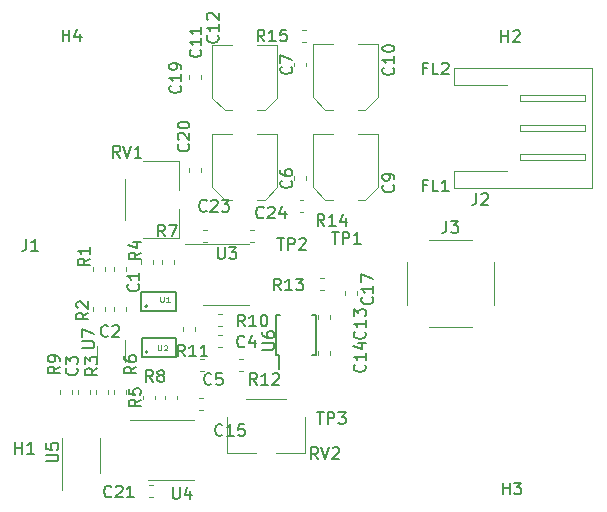
<source format=gto>
G04 #@! TF.GenerationSoftware,KiCad,Pcbnew,(5.1.5)-3*
G04 #@! TF.CreationDate,2020-04-14T23:54:33+09:00*
G04 #@! TF.ProjectId,Detector_rev2,44657465-6374-46f7-925f-726576322e6b,rev?*
G04 #@! TF.SameCoordinates,Original*
G04 #@! TF.FileFunction,Legend,Top*
G04 #@! TF.FilePolarity,Positive*
%FSLAX46Y46*%
G04 Gerber Fmt 4.6, Leading zero omitted, Abs format (unit mm)*
G04 Created by KiCad (PCBNEW (5.1.5)-3) date 2020-04-14 23:54:33*
%MOMM*%
%LPD*%
G04 APERTURE LIST*
%ADD10C,0.120000*%
%ADD11C,0.200000*%
%ADD12C,0.150000*%
%ADD13C,0.100000*%
G04 APERTURE END LIST*
D10*
X89208000Y-48557500D02*
X89208000Y-49977500D01*
X100928000Y-48557500D02*
X89208000Y-48557500D01*
X89208000Y-58677500D02*
X89208000Y-57257500D01*
X94818000Y-56367500D02*
X100318000Y-56367500D01*
X100318000Y-56367500D02*
X100318000Y-55867500D01*
X100318000Y-55867500D02*
X94818000Y-55867500D01*
X100928000Y-53617500D02*
X100928000Y-58677500D01*
X94818000Y-55867500D02*
X94818000Y-56367500D01*
X89208000Y-57257500D02*
X93708000Y-57257500D01*
X100928000Y-53617500D02*
X100928000Y-48557500D01*
X89208000Y-49977500D02*
X93708000Y-49977500D01*
X100928000Y-58677500D02*
X89208000Y-58677500D01*
X100318000Y-51367500D02*
X100318000Y-50867500D01*
X100318000Y-53867500D02*
X100318000Y-53367500D01*
X94818000Y-53367500D02*
X94818000Y-53867500D01*
X100318000Y-53367500D02*
X94818000Y-53367500D01*
X94818000Y-50867500D02*
X94818000Y-51367500D01*
X94818000Y-51367500D02*
X100318000Y-51367500D01*
X100318000Y-50867500D02*
X94818000Y-50867500D01*
X94818000Y-53867500D02*
X100318000Y-53867500D01*
X87100000Y-63122000D02*
X90700000Y-63122000D01*
X87100000Y-70482000D02*
X90700000Y-70482000D01*
X92580000Y-65002000D02*
X92580000Y-68602000D01*
X85220000Y-65002000D02*
X85220000Y-68602000D01*
X73196563Y-52132500D02*
X74261000Y-51068063D01*
X69805437Y-52132500D02*
X68741000Y-51068063D01*
X69805437Y-52132500D02*
X70441000Y-52132500D01*
X73196563Y-52132500D02*
X72561000Y-52132500D01*
X74261000Y-51068063D02*
X74261000Y-46612500D01*
X68741000Y-51068063D02*
X68741000Y-46612500D01*
X68741000Y-46612500D02*
X70441000Y-46612500D01*
X74261000Y-46612500D02*
X72561000Y-46612500D01*
X73196563Y-59686500D02*
X74261000Y-58622063D01*
X69805437Y-59686500D02*
X68741000Y-58622063D01*
X69805437Y-59686500D02*
X70441000Y-59686500D01*
X73196563Y-59686500D02*
X72561000Y-59686500D01*
X74261000Y-58622063D02*
X74261000Y-54166500D01*
X68741000Y-58622063D02*
X68741000Y-54166500D01*
X68741000Y-54166500D02*
X70441000Y-54166500D01*
X74261000Y-54166500D02*
X72561000Y-54166500D01*
X81705563Y-52066500D02*
X82770000Y-51002063D01*
X78314437Y-52066500D02*
X77250000Y-51002063D01*
X78314437Y-52066500D02*
X78950000Y-52066500D01*
X81705563Y-52066500D02*
X81070000Y-52066500D01*
X82770000Y-51002063D02*
X82770000Y-46546500D01*
X77250000Y-51002063D02*
X77250000Y-46546500D01*
X77250000Y-46546500D02*
X78950000Y-46546500D01*
X82770000Y-46546500D02*
X81070000Y-46546500D01*
X81705563Y-59686500D02*
X82770000Y-58622063D01*
X78314437Y-59686500D02*
X77250000Y-58622063D01*
X78314437Y-59686500D02*
X78950000Y-59686500D01*
X81705563Y-59686500D02*
X81070000Y-59686500D01*
X82770000Y-58622063D02*
X82770000Y-54166500D01*
X77250000Y-58622063D02*
X77250000Y-54166500D01*
X77250000Y-54166500D02*
X78950000Y-54166500D01*
X82770000Y-54166500D02*
X81070000Y-54166500D01*
D11*
X63246000Y-68726000D02*
G75*
G03X63246000Y-68726000I-100000J0D01*
G01*
D12*
X62746000Y-67526000D02*
X65646000Y-67526000D01*
X65646000Y-67526000D02*
X65646000Y-69126000D01*
X65646000Y-69126000D02*
X62746000Y-69126000D01*
X62746000Y-69126000D02*
X62746000Y-67526000D01*
D10*
X58997600Y-72081200D02*
X58997600Y-73481200D01*
X61317600Y-73481200D02*
X61317600Y-71581200D01*
X65216000Y-83459000D02*
X67166000Y-83459000D01*
X65216000Y-83459000D02*
X63266000Y-83459000D01*
X65216000Y-78339000D02*
X67166000Y-78339000D01*
X65216000Y-78339000D02*
X61766000Y-78339000D01*
X61470000Y-65720279D02*
X61470000Y-65394721D01*
X60450000Y-65720279D02*
X60450000Y-65394721D01*
X69915000Y-63480000D02*
X66465000Y-63480000D01*
X69915000Y-63480000D02*
X71865000Y-63480000D01*
X69915000Y-68600000D02*
X67965000Y-68600000D01*
X69915000Y-68600000D02*
X71865000Y-68600000D01*
X60450000Y-69149279D02*
X60450000Y-68823721D01*
X61470000Y-69149279D02*
X61470000Y-68823721D01*
X57402000Y-76134079D02*
X57402000Y-75808521D01*
X58422000Y-76134079D02*
X58422000Y-75808521D01*
X69530279Y-71118000D02*
X69204721Y-71118000D01*
X69530279Y-72138000D02*
X69204721Y-72138000D01*
X68006279Y-73150000D02*
X67680721Y-73150000D01*
X68006279Y-74170000D02*
X67680721Y-74170000D01*
X75690000Y-58049279D02*
X75690000Y-57723721D01*
X76710000Y-58049279D02*
X76710000Y-57723721D01*
X76710000Y-48422779D02*
X76710000Y-48097221D01*
X75690000Y-48422779D02*
X75690000Y-48097221D01*
X78742000Y-69784279D02*
X78742000Y-69458721D01*
X77722000Y-69784279D02*
X77722000Y-69458721D01*
X78742000Y-72832279D02*
X78742000Y-72506721D01*
X77722000Y-72832279D02*
X77722000Y-72506721D01*
X67655221Y-76452000D02*
X67980779Y-76452000D01*
X67655221Y-77472000D02*
X67980779Y-77472000D01*
X81028000Y-67426721D02*
X81028000Y-67752279D01*
X80008000Y-67426721D02*
X80008000Y-67752279D01*
X66800000Y-49464279D02*
X66800000Y-49138721D01*
X67820000Y-49464279D02*
X67820000Y-49138721D01*
X66800000Y-57338279D02*
X66800000Y-57012721D01*
X67820000Y-57338279D02*
X67820000Y-57012721D01*
X63688279Y-83818000D02*
X63362721Y-83818000D01*
X63688279Y-84838000D02*
X63362721Y-84838000D01*
X67934721Y-62228000D02*
X68260279Y-62228000D01*
X67934721Y-63248000D02*
X68260279Y-63248000D01*
X71947721Y-63248000D02*
X72273279Y-63248000D01*
X71947721Y-62228000D02*
X72273279Y-62228000D01*
X59692000Y-65720279D02*
X59692000Y-65394721D01*
X58672000Y-65720279D02*
X58672000Y-65394721D01*
X59692000Y-69149279D02*
X59692000Y-68823721D01*
X58672000Y-69149279D02*
X58672000Y-68823721D01*
X59946000Y-75808721D02*
X59946000Y-76134279D01*
X58926000Y-75808721D02*
X58926000Y-76134279D01*
X63756000Y-64835721D02*
X63756000Y-65161279D01*
X62736000Y-64835721D02*
X62736000Y-65161279D01*
X62863000Y-76291221D02*
X62863000Y-76616779D01*
X63883000Y-76291221D02*
X63883000Y-76616779D01*
X60450000Y-75808721D02*
X60450000Y-76134279D01*
X61470000Y-75808721D02*
X61470000Y-76134279D01*
X65534000Y-64835721D02*
X65534000Y-65161279D01*
X64514000Y-64835721D02*
X64514000Y-65161279D01*
X65788000Y-76291221D02*
X65788000Y-76616779D01*
X64768000Y-76291221D02*
X64768000Y-76616779D01*
X55878000Y-76134279D02*
X55878000Y-75808721D01*
X56898000Y-76134279D02*
X56898000Y-75808721D01*
X69530279Y-69340000D02*
X69204721Y-69340000D01*
X69530279Y-70360000D02*
X69204721Y-70360000D01*
X67312000Y-70474721D02*
X67312000Y-70800279D01*
X66292000Y-70474721D02*
X66292000Y-70800279D01*
X70982721Y-73150000D02*
X71308279Y-73150000D01*
X70982721Y-74170000D02*
X71308279Y-74170000D01*
X78166279Y-66292000D02*
X77840721Y-66292000D01*
X78166279Y-67312000D02*
X77840721Y-67312000D01*
X76138721Y-60708000D02*
X76464279Y-60708000D01*
X76138721Y-59688000D02*
X76464279Y-59688000D01*
X76316721Y-45337000D02*
X76642279Y-45337000D01*
X76316721Y-46357000D02*
X76642279Y-46357000D01*
X62850000Y-56395000D02*
X65904000Y-56395000D01*
X62850000Y-62985000D02*
X65904000Y-62985000D01*
X65904000Y-58855000D02*
X65904000Y-56395000D01*
X65904000Y-62985000D02*
X65904000Y-60525000D01*
X61344000Y-61395000D02*
X61344000Y-57985000D01*
X71574000Y-76584000D02*
X74984000Y-76584000D01*
X69984000Y-81144000D02*
X72444000Y-81144000D01*
X74114000Y-81144000D02*
X76574000Y-81144000D01*
X69984000Y-78090000D02*
X69984000Y-81144000D01*
X76574000Y-78090000D02*
X76574000Y-81144000D01*
D12*
X62751000Y-72993000D02*
X62751000Y-71393000D01*
X65651000Y-72993000D02*
X62751000Y-72993000D01*
X65651000Y-71393000D02*
X65651000Y-72993000D01*
X62751000Y-71393000D02*
X65651000Y-71393000D01*
D11*
X63251000Y-72593000D02*
G75*
G03X63251000Y-72593000I-100000J0D01*
G01*
D10*
X59217200Y-81360500D02*
X59217200Y-79860500D01*
X59217200Y-81360500D02*
X59217200Y-82860500D01*
X55997200Y-81360500D02*
X55997200Y-79860500D01*
X55997200Y-81360500D02*
X55997200Y-84285500D01*
D12*
X74144000Y-72836000D02*
X74369000Y-72836000D01*
X74144000Y-69486000D02*
X74444000Y-69486000D01*
X77494000Y-69486000D02*
X77194000Y-69486000D01*
X77494000Y-72836000D02*
X77194000Y-72836000D01*
X74144000Y-72836000D02*
X74144000Y-69486000D01*
X77494000Y-72836000D02*
X77494000Y-69486000D01*
X74369000Y-72836000D02*
X74369000Y-74061000D01*
X91106666Y-59142380D02*
X91106666Y-59856666D01*
X91059047Y-59999523D01*
X90963809Y-60094761D01*
X90820952Y-60142380D01*
X90725714Y-60142380D01*
X91535238Y-59237619D02*
X91582857Y-59190000D01*
X91678095Y-59142380D01*
X91916190Y-59142380D01*
X92011428Y-59190000D01*
X92059047Y-59237619D01*
X92106666Y-59332857D01*
X92106666Y-59428095D01*
X92059047Y-59570952D01*
X91487619Y-60142380D01*
X92106666Y-60142380D01*
X93345095Y-84653380D02*
X93345095Y-83653380D01*
X93345095Y-84129571D02*
X93916523Y-84129571D01*
X93916523Y-84653380D02*
X93916523Y-83653380D01*
X94297476Y-83653380D02*
X94916523Y-83653380D01*
X94583190Y-84034333D01*
X94726047Y-84034333D01*
X94821285Y-84081952D01*
X94868904Y-84129571D01*
X94916523Y-84224809D01*
X94916523Y-84462904D01*
X94868904Y-84558142D01*
X94821285Y-84605761D01*
X94726047Y-84653380D01*
X94440333Y-84653380D01*
X94345095Y-84605761D01*
X94297476Y-84558142D01*
X53006666Y-63015880D02*
X53006666Y-63730166D01*
X52959047Y-63873023D01*
X52863809Y-63968261D01*
X52720952Y-64015880D01*
X52625714Y-64015880D01*
X54006666Y-64015880D02*
X53435238Y-64015880D01*
X53720952Y-64015880D02*
X53720952Y-63015880D01*
X53625714Y-63158738D01*
X53530476Y-63253976D01*
X53435238Y-63301595D01*
X56070595Y-46299380D02*
X56070595Y-45299380D01*
X56070595Y-45775571D02*
X56642023Y-45775571D01*
X56642023Y-46299380D02*
X56642023Y-45299380D01*
X57546785Y-45632714D02*
X57546785Y-46299380D01*
X57308690Y-45251761D02*
X57070595Y-45966047D01*
X57689642Y-45966047D01*
X93218095Y-46362880D02*
X93218095Y-45362880D01*
X93218095Y-45839071D02*
X93789523Y-45839071D01*
X93789523Y-46362880D02*
X93789523Y-45362880D01*
X94218095Y-45458119D02*
X94265714Y-45410500D01*
X94360952Y-45362880D01*
X94599047Y-45362880D01*
X94694285Y-45410500D01*
X94741904Y-45458119D01*
X94789523Y-45553357D01*
X94789523Y-45648595D01*
X94741904Y-45791452D01*
X94170476Y-46362880D01*
X94789523Y-46362880D01*
X52070095Y-81207380D02*
X52070095Y-80207380D01*
X52070095Y-80683571D02*
X52641523Y-80683571D01*
X52641523Y-81207380D02*
X52641523Y-80207380D01*
X53641523Y-81207380D02*
X53070095Y-81207380D01*
X53355809Y-81207380D02*
X53355809Y-80207380D01*
X53260571Y-80350238D01*
X53165333Y-80445476D01*
X53070095Y-80493095D01*
X88566666Y-61504380D02*
X88566666Y-62218666D01*
X88519047Y-62361523D01*
X88423809Y-62456761D01*
X88280952Y-62504380D01*
X88185714Y-62504380D01*
X88947619Y-61504380D02*
X89566666Y-61504380D01*
X89233333Y-61885333D01*
X89376190Y-61885333D01*
X89471428Y-61932952D01*
X89519047Y-61980571D01*
X89566666Y-62075809D01*
X89566666Y-62313904D01*
X89519047Y-62409142D01*
X89471428Y-62456761D01*
X89376190Y-62504380D01*
X89090476Y-62504380D01*
X88995238Y-62456761D01*
X88947619Y-62409142D01*
X69191142Y-45791357D02*
X69238761Y-45838976D01*
X69286380Y-45981833D01*
X69286380Y-46077071D01*
X69238761Y-46219928D01*
X69143523Y-46315166D01*
X69048285Y-46362785D01*
X68857809Y-46410404D01*
X68714952Y-46410404D01*
X68524476Y-46362785D01*
X68429238Y-46315166D01*
X68334000Y-46219928D01*
X68286380Y-46077071D01*
X68286380Y-45981833D01*
X68334000Y-45838976D01*
X68381619Y-45791357D01*
X69286380Y-44838976D02*
X69286380Y-45410404D01*
X69286380Y-45124690D02*
X68286380Y-45124690D01*
X68429238Y-45219928D01*
X68524476Y-45315166D01*
X68572095Y-45410404D01*
X68381619Y-44458023D02*
X68334000Y-44410404D01*
X68286380Y-44315166D01*
X68286380Y-44077071D01*
X68334000Y-43981833D01*
X68381619Y-43934214D01*
X68476857Y-43886595D01*
X68572095Y-43886595D01*
X68714952Y-43934214D01*
X69286380Y-44505642D01*
X69286380Y-43886595D01*
X67730642Y-46997857D02*
X67778261Y-47045476D01*
X67825880Y-47188333D01*
X67825880Y-47283571D01*
X67778261Y-47426428D01*
X67683023Y-47521666D01*
X67587785Y-47569285D01*
X67397309Y-47616904D01*
X67254452Y-47616904D01*
X67063976Y-47569285D01*
X66968738Y-47521666D01*
X66873500Y-47426428D01*
X66825880Y-47283571D01*
X66825880Y-47188333D01*
X66873500Y-47045476D01*
X66921119Y-46997857D01*
X67825880Y-46045476D02*
X67825880Y-46616904D01*
X67825880Y-46331190D02*
X66825880Y-46331190D01*
X66968738Y-46426428D01*
X67063976Y-46521666D01*
X67111595Y-46616904D01*
X67825880Y-45093095D02*
X67825880Y-45664523D01*
X67825880Y-45378809D02*
X66825880Y-45378809D01*
X66968738Y-45474047D01*
X67063976Y-45569285D01*
X67111595Y-45664523D01*
X84050142Y-48521857D02*
X84097761Y-48569476D01*
X84145380Y-48712333D01*
X84145380Y-48807571D01*
X84097761Y-48950428D01*
X84002523Y-49045666D01*
X83907285Y-49093285D01*
X83716809Y-49140904D01*
X83573952Y-49140904D01*
X83383476Y-49093285D01*
X83288238Y-49045666D01*
X83193000Y-48950428D01*
X83145380Y-48807571D01*
X83145380Y-48712333D01*
X83193000Y-48569476D01*
X83240619Y-48521857D01*
X84145380Y-47569476D02*
X84145380Y-48140904D01*
X84145380Y-47855190D02*
X83145380Y-47855190D01*
X83288238Y-47950428D01*
X83383476Y-48045666D01*
X83431095Y-48140904D01*
X83145380Y-46950428D02*
X83145380Y-46855190D01*
X83193000Y-46759952D01*
X83240619Y-46712333D01*
X83335857Y-46664714D01*
X83526333Y-46617095D01*
X83764428Y-46617095D01*
X83954904Y-46664714D01*
X84050142Y-46712333D01*
X84097761Y-46759952D01*
X84145380Y-46855190D01*
X84145380Y-46950428D01*
X84097761Y-47045666D01*
X84050142Y-47093285D01*
X83954904Y-47140904D01*
X83764428Y-47188523D01*
X83526333Y-47188523D01*
X83335857Y-47140904D01*
X83240619Y-47093285D01*
X83193000Y-47045666D01*
X83145380Y-46950428D01*
X84050142Y-58459666D02*
X84097761Y-58507285D01*
X84145380Y-58650142D01*
X84145380Y-58745380D01*
X84097761Y-58888238D01*
X84002523Y-58983476D01*
X83907285Y-59031095D01*
X83716809Y-59078714D01*
X83573952Y-59078714D01*
X83383476Y-59031095D01*
X83288238Y-58983476D01*
X83193000Y-58888238D01*
X83145380Y-58745380D01*
X83145380Y-58650142D01*
X83193000Y-58507285D01*
X83240619Y-58459666D01*
X84145380Y-57983476D02*
X84145380Y-57793000D01*
X84097761Y-57697761D01*
X84050142Y-57650142D01*
X83907285Y-57554904D01*
X83716809Y-57507285D01*
X83335857Y-57507285D01*
X83240619Y-57554904D01*
X83193000Y-57602523D01*
X83145380Y-57697761D01*
X83145380Y-57888238D01*
X83193000Y-57983476D01*
X83240619Y-58031095D01*
X83335857Y-58078714D01*
X83573952Y-58078714D01*
X83669190Y-58031095D01*
X83716809Y-57983476D01*
X83764428Y-57888238D01*
X83764428Y-57697761D01*
X83716809Y-57602523D01*
X83669190Y-57554904D01*
X83573952Y-57507285D01*
D13*
X64340046Y-67926952D02*
X64340046Y-68250761D01*
X64363856Y-68288857D01*
X64387665Y-68307904D01*
X64435284Y-68326952D01*
X64530522Y-68326952D01*
X64578141Y-68307904D01*
X64601951Y-68288857D01*
X64625760Y-68250761D01*
X64625760Y-67926952D01*
X65125760Y-68326952D02*
X64840046Y-68326952D01*
X64982903Y-68326952D02*
X64982903Y-67926952D01*
X64935284Y-67984095D01*
X64887665Y-68022190D01*
X64840046Y-68041238D01*
D12*
X57745380Y-72262904D02*
X58554904Y-72262904D01*
X58650142Y-72215285D01*
X58697761Y-72167666D01*
X58745380Y-72072428D01*
X58745380Y-71881952D01*
X58697761Y-71786714D01*
X58650142Y-71739095D01*
X58554904Y-71691476D01*
X57745380Y-71691476D01*
X57745380Y-71310523D02*
X57745380Y-70643857D01*
X58745380Y-71072428D01*
X65405095Y-84034380D02*
X65405095Y-84843904D01*
X65452714Y-84939142D01*
X65500333Y-84986761D01*
X65595571Y-85034380D01*
X65786047Y-85034380D01*
X65881285Y-84986761D01*
X65928904Y-84939142D01*
X65976523Y-84843904D01*
X65976523Y-84034380D01*
X66881285Y-84367714D02*
X66881285Y-85034380D01*
X66643190Y-83986761D02*
X66405095Y-84701047D01*
X67024142Y-84701047D01*
X62460142Y-66841666D02*
X62507761Y-66889285D01*
X62555380Y-67032142D01*
X62555380Y-67127380D01*
X62507761Y-67270238D01*
X62412523Y-67365476D01*
X62317285Y-67413095D01*
X62126809Y-67460714D01*
X61983952Y-67460714D01*
X61793476Y-67413095D01*
X61698238Y-67365476D01*
X61603000Y-67270238D01*
X61555380Y-67127380D01*
X61555380Y-67032142D01*
X61603000Y-66889285D01*
X61650619Y-66841666D01*
X62555380Y-65889285D02*
X62555380Y-66460714D01*
X62555380Y-66175000D02*
X61555380Y-66175000D01*
X61698238Y-66270238D01*
X61793476Y-66365476D01*
X61841095Y-66460714D01*
X69215095Y-63714380D02*
X69215095Y-64523904D01*
X69262714Y-64619142D01*
X69310333Y-64666761D01*
X69405571Y-64714380D01*
X69596047Y-64714380D01*
X69691285Y-64666761D01*
X69738904Y-64619142D01*
X69786523Y-64523904D01*
X69786523Y-63714380D01*
X70167476Y-63714380D02*
X70786523Y-63714380D01*
X70453190Y-64095333D01*
X70596047Y-64095333D01*
X70691285Y-64142952D01*
X70738904Y-64190571D01*
X70786523Y-64285809D01*
X70786523Y-64523904D01*
X70738904Y-64619142D01*
X70691285Y-64666761D01*
X70596047Y-64714380D01*
X70310333Y-64714380D01*
X70215095Y-64666761D01*
X70167476Y-64619142D01*
X59904333Y-71223142D02*
X59856714Y-71270761D01*
X59713857Y-71318380D01*
X59618619Y-71318380D01*
X59475761Y-71270761D01*
X59380523Y-71175523D01*
X59332904Y-71080285D01*
X59285285Y-70889809D01*
X59285285Y-70746952D01*
X59332904Y-70556476D01*
X59380523Y-70461238D01*
X59475761Y-70366000D01*
X59618619Y-70318380D01*
X59713857Y-70318380D01*
X59856714Y-70366000D01*
X59904333Y-70413619D01*
X60285285Y-70413619D02*
X60332904Y-70366000D01*
X60428142Y-70318380D01*
X60666238Y-70318380D01*
X60761476Y-70366000D01*
X60809095Y-70413619D01*
X60856714Y-70508857D01*
X60856714Y-70604095D01*
X60809095Y-70746952D01*
X60237666Y-71318380D01*
X60856714Y-71318380D01*
X57253142Y-73953666D02*
X57300761Y-74001285D01*
X57348380Y-74144142D01*
X57348380Y-74239380D01*
X57300761Y-74382238D01*
X57205523Y-74477476D01*
X57110285Y-74525095D01*
X56919809Y-74572714D01*
X56776952Y-74572714D01*
X56586476Y-74525095D01*
X56491238Y-74477476D01*
X56396000Y-74382238D01*
X56348380Y-74239380D01*
X56348380Y-74144142D01*
X56396000Y-74001285D01*
X56443619Y-73953666D01*
X56348380Y-73620333D02*
X56348380Y-73001285D01*
X56729333Y-73334619D01*
X56729333Y-73191761D01*
X56776952Y-73096523D01*
X56824571Y-73048904D01*
X56919809Y-73001285D01*
X57157904Y-73001285D01*
X57253142Y-73048904D01*
X57300761Y-73096523D01*
X57348380Y-73191761D01*
X57348380Y-73477476D01*
X57300761Y-73572714D01*
X57253142Y-73620333D01*
X71461333Y-72112142D02*
X71413714Y-72159761D01*
X71270857Y-72207380D01*
X71175619Y-72207380D01*
X71032761Y-72159761D01*
X70937523Y-72064523D01*
X70889904Y-71969285D01*
X70842285Y-71778809D01*
X70842285Y-71635952D01*
X70889904Y-71445476D01*
X70937523Y-71350238D01*
X71032761Y-71255000D01*
X71175619Y-71207380D01*
X71270857Y-71207380D01*
X71413714Y-71255000D01*
X71461333Y-71302619D01*
X72318476Y-71540714D02*
X72318476Y-72207380D01*
X72080380Y-71159761D02*
X71842285Y-71874047D01*
X72461333Y-71874047D01*
X68667333Y-75287142D02*
X68619714Y-75334761D01*
X68476857Y-75382380D01*
X68381619Y-75382380D01*
X68238761Y-75334761D01*
X68143523Y-75239523D01*
X68095904Y-75144285D01*
X68048285Y-74953809D01*
X68048285Y-74810952D01*
X68095904Y-74620476D01*
X68143523Y-74525238D01*
X68238761Y-74430000D01*
X68381619Y-74382380D01*
X68476857Y-74382380D01*
X68619714Y-74430000D01*
X68667333Y-74477619D01*
X69572095Y-74382380D02*
X69095904Y-74382380D01*
X69048285Y-74858571D01*
X69095904Y-74810952D01*
X69191142Y-74763333D01*
X69429238Y-74763333D01*
X69524476Y-74810952D01*
X69572095Y-74858571D01*
X69619714Y-74953809D01*
X69619714Y-75191904D01*
X69572095Y-75287142D01*
X69524476Y-75334761D01*
X69429238Y-75382380D01*
X69191142Y-75382380D01*
X69095904Y-75334761D01*
X69048285Y-75287142D01*
X75414142Y-58078666D02*
X75461761Y-58126285D01*
X75509380Y-58269142D01*
X75509380Y-58364380D01*
X75461761Y-58507238D01*
X75366523Y-58602476D01*
X75271285Y-58650095D01*
X75080809Y-58697714D01*
X74937952Y-58697714D01*
X74747476Y-58650095D01*
X74652238Y-58602476D01*
X74557000Y-58507238D01*
X74509380Y-58364380D01*
X74509380Y-58269142D01*
X74557000Y-58126285D01*
X74604619Y-58078666D01*
X74509380Y-57221523D02*
X74509380Y-57412000D01*
X74557000Y-57507238D01*
X74604619Y-57554857D01*
X74747476Y-57650095D01*
X74937952Y-57697714D01*
X75318904Y-57697714D01*
X75414142Y-57650095D01*
X75461761Y-57602476D01*
X75509380Y-57507238D01*
X75509380Y-57316761D01*
X75461761Y-57221523D01*
X75414142Y-57173904D01*
X75318904Y-57126285D01*
X75080809Y-57126285D01*
X74985571Y-57173904D01*
X74937952Y-57221523D01*
X74890333Y-57316761D01*
X74890333Y-57507238D01*
X74937952Y-57602476D01*
X74985571Y-57650095D01*
X75080809Y-57697714D01*
X75414142Y-48426666D02*
X75461761Y-48474285D01*
X75509380Y-48617142D01*
X75509380Y-48712380D01*
X75461761Y-48855238D01*
X75366523Y-48950476D01*
X75271285Y-48998095D01*
X75080809Y-49045714D01*
X74937952Y-49045714D01*
X74747476Y-48998095D01*
X74652238Y-48950476D01*
X74557000Y-48855238D01*
X74509380Y-48712380D01*
X74509380Y-48617142D01*
X74557000Y-48474285D01*
X74604619Y-48426666D01*
X74509380Y-48093333D02*
X74509380Y-47426666D01*
X75509380Y-47855238D01*
X81637142Y-70873857D02*
X81684761Y-70921476D01*
X81732380Y-71064333D01*
X81732380Y-71159571D01*
X81684761Y-71302428D01*
X81589523Y-71397666D01*
X81494285Y-71445285D01*
X81303809Y-71492904D01*
X81160952Y-71492904D01*
X80970476Y-71445285D01*
X80875238Y-71397666D01*
X80780000Y-71302428D01*
X80732380Y-71159571D01*
X80732380Y-71064333D01*
X80780000Y-70921476D01*
X80827619Y-70873857D01*
X81732380Y-69921476D02*
X81732380Y-70492904D01*
X81732380Y-70207190D02*
X80732380Y-70207190D01*
X80875238Y-70302428D01*
X80970476Y-70397666D01*
X81018095Y-70492904D01*
X80732380Y-69588142D02*
X80732380Y-68969095D01*
X81113333Y-69302428D01*
X81113333Y-69159571D01*
X81160952Y-69064333D01*
X81208571Y-69016714D01*
X81303809Y-68969095D01*
X81541904Y-68969095D01*
X81637142Y-69016714D01*
X81684761Y-69064333D01*
X81732380Y-69159571D01*
X81732380Y-69445285D01*
X81684761Y-69540523D01*
X81637142Y-69588142D01*
X81637142Y-73667857D02*
X81684761Y-73715476D01*
X81732380Y-73858333D01*
X81732380Y-73953571D01*
X81684761Y-74096428D01*
X81589523Y-74191666D01*
X81494285Y-74239285D01*
X81303809Y-74286904D01*
X81160952Y-74286904D01*
X80970476Y-74239285D01*
X80875238Y-74191666D01*
X80780000Y-74096428D01*
X80732380Y-73953571D01*
X80732380Y-73858333D01*
X80780000Y-73715476D01*
X80827619Y-73667857D01*
X81732380Y-72715476D02*
X81732380Y-73286904D01*
X81732380Y-73001190D02*
X80732380Y-73001190D01*
X80875238Y-73096428D01*
X80970476Y-73191666D01*
X81018095Y-73286904D01*
X81065714Y-71858333D02*
X81732380Y-71858333D01*
X80684761Y-72096428D02*
X81399047Y-72334523D01*
X81399047Y-71715476D01*
X69588142Y-79605142D02*
X69540523Y-79652761D01*
X69397666Y-79700380D01*
X69302428Y-79700380D01*
X69159571Y-79652761D01*
X69064333Y-79557523D01*
X69016714Y-79462285D01*
X68969095Y-79271809D01*
X68969095Y-79128952D01*
X69016714Y-78938476D01*
X69064333Y-78843238D01*
X69159571Y-78748000D01*
X69302428Y-78700380D01*
X69397666Y-78700380D01*
X69540523Y-78748000D01*
X69588142Y-78795619D01*
X70540523Y-79700380D02*
X69969095Y-79700380D01*
X70254809Y-79700380D02*
X70254809Y-78700380D01*
X70159571Y-78843238D01*
X70064333Y-78938476D01*
X69969095Y-78986095D01*
X71445285Y-78700380D02*
X70969095Y-78700380D01*
X70921476Y-79176571D01*
X70969095Y-79128952D01*
X71064333Y-79081333D01*
X71302428Y-79081333D01*
X71397666Y-79128952D01*
X71445285Y-79176571D01*
X71492904Y-79271809D01*
X71492904Y-79509904D01*
X71445285Y-79605142D01*
X71397666Y-79652761D01*
X71302428Y-79700380D01*
X71064333Y-79700380D01*
X70969095Y-79652761D01*
X70921476Y-79605142D01*
X82272142Y-67952857D02*
X82319761Y-68000476D01*
X82367380Y-68143333D01*
X82367380Y-68238571D01*
X82319761Y-68381428D01*
X82224523Y-68476666D01*
X82129285Y-68524285D01*
X81938809Y-68571904D01*
X81795952Y-68571904D01*
X81605476Y-68524285D01*
X81510238Y-68476666D01*
X81415000Y-68381428D01*
X81367380Y-68238571D01*
X81367380Y-68143333D01*
X81415000Y-68000476D01*
X81462619Y-67952857D01*
X82367380Y-67000476D02*
X82367380Y-67571904D01*
X82367380Y-67286190D02*
X81367380Y-67286190D01*
X81510238Y-67381428D01*
X81605476Y-67476666D01*
X81653095Y-67571904D01*
X81367380Y-66667142D02*
X81367380Y-66000476D01*
X82367380Y-66429047D01*
X66016142Y-50045857D02*
X66063761Y-50093476D01*
X66111380Y-50236333D01*
X66111380Y-50331571D01*
X66063761Y-50474428D01*
X65968523Y-50569666D01*
X65873285Y-50617285D01*
X65682809Y-50664904D01*
X65539952Y-50664904D01*
X65349476Y-50617285D01*
X65254238Y-50569666D01*
X65159000Y-50474428D01*
X65111380Y-50331571D01*
X65111380Y-50236333D01*
X65159000Y-50093476D01*
X65206619Y-50045857D01*
X66111380Y-49093476D02*
X66111380Y-49664904D01*
X66111380Y-49379190D02*
X65111380Y-49379190D01*
X65254238Y-49474428D01*
X65349476Y-49569666D01*
X65397095Y-49664904D01*
X66111380Y-48617285D02*
X66111380Y-48426809D01*
X66063761Y-48331571D01*
X66016142Y-48283952D01*
X65873285Y-48188714D01*
X65682809Y-48141095D01*
X65301857Y-48141095D01*
X65206619Y-48188714D01*
X65159000Y-48236333D01*
X65111380Y-48331571D01*
X65111380Y-48522047D01*
X65159000Y-48617285D01*
X65206619Y-48664904D01*
X65301857Y-48712523D01*
X65539952Y-48712523D01*
X65635190Y-48664904D01*
X65682809Y-48617285D01*
X65730428Y-48522047D01*
X65730428Y-48331571D01*
X65682809Y-48236333D01*
X65635190Y-48188714D01*
X65539952Y-48141095D01*
X66714642Y-54998857D02*
X66762261Y-55046476D01*
X66809880Y-55189333D01*
X66809880Y-55284571D01*
X66762261Y-55427428D01*
X66667023Y-55522666D01*
X66571785Y-55570285D01*
X66381309Y-55617904D01*
X66238452Y-55617904D01*
X66047976Y-55570285D01*
X65952738Y-55522666D01*
X65857500Y-55427428D01*
X65809880Y-55284571D01*
X65809880Y-55189333D01*
X65857500Y-55046476D01*
X65905119Y-54998857D01*
X65905119Y-54617904D02*
X65857500Y-54570285D01*
X65809880Y-54475047D01*
X65809880Y-54236952D01*
X65857500Y-54141714D01*
X65905119Y-54094095D01*
X66000357Y-54046476D01*
X66095595Y-54046476D01*
X66238452Y-54094095D01*
X66809880Y-54665523D01*
X66809880Y-54046476D01*
X65809880Y-53427428D02*
X65809880Y-53332190D01*
X65857500Y-53236952D01*
X65905119Y-53189333D01*
X66000357Y-53141714D01*
X66190833Y-53094095D01*
X66428928Y-53094095D01*
X66619404Y-53141714D01*
X66714642Y-53189333D01*
X66762261Y-53236952D01*
X66809880Y-53332190D01*
X66809880Y-53427428D01*
X66762261Y-53522666D01*
X66714642Y-53570285D01*
X66619404Y-53617904D01*
X66428928Y-53665523D01*
X66190833Y-53665523D01*
X66000357Y-53617904D01*
X65905119Y-53570285D01*
X65857500Y-53522666D01*
X65809880Y-53427428D01*
X60190142Y-84812142D02*
X60142523Y-84859761D01*
X59999666Y-84907380D01*
X59904428Y-84907380D01*
X59761571Y-84859761D01*
X59666333Y-84764523D01*
X59618714Y-84669285D01*
X59571095Y-84478809D01*
X59571095Y-84335952D01*
X59618714Y-84145476D01*
X59666333Y-84050238D01*
X59761571Y-83955000D01*
X59904428Y-83907380D01*
X59999666Y-83907380D01*
X60142523Y-83955000D01*
X60190142Y-84002619D01*
X60571095Y-84002619D02*
X60618714Y-83955000D01*
X60713952Y-83907380D01*
X60952047Y-83907380D01*
X61047285Y-83955000D01*
X61094904Y-84002619D01*
X61142523Y-84097857D01*
X61142523Y-84193095D01*
X61094904Y-84335952D01*
X60523476Y-84907380D01*
X61142523Y-84907380D01*
X62094904Y-84907380D02*
X61523476Y-84907380D01*
X61809190Y-84907380D02*
X61809190Y-83907380D01*
X61713952Y-84050238D01*
X61618714Y-84145476D01*
X61523476Y-84193095D01*
X68254642Y-60618642D02*
X68207023Y-60666261D01*
X68064166Y-60713880D01*
X67968928Y-60713880D01*
X67826071Y-60666261D01*
X67730833Y-60571023D01*
X67683214Y-60475785D01*
X67635595Y-60285309D01*
X67635595Y-60142452D01*
X67683214Y-59951976D01*
X67730833Y-59856738D01*
X67826071Y-59761500D01*
X67968928Y-59713880D01*
X68064166Y-59713880D01*
X68207023Y-59761500D01*
X68254642Y-59809119D01*
X68635595Y-59809119D02*
X68683214Y-59761500D01*
X68778452Y-59713880D01*
X69016547Y-59713880D01*
X69111785Y-59761500D01*
X69159404Y-59809119D01*
X69207023Y-59904357D01*
X69207023Y-59999595D01*
X69159404Y-60142452D01*
X68587976Y-60713880D01*
X69207023Y-60713880D01*
X69540357Y-59713880D02*
X70159404Y-59713880D01*
X69826071Y-60094833D01*
X69968928Y-60094833D01*
X70064166Y-60142452D01*
X70111785Y-60190071D01*
X70159404Y-60285309D01*
X70159404Y-60523404D01*
X70111785Y-60618642D01*
X70064166Y-60666261D01*
X69968928Y-60713880D01*
X69683214Y-60713880D01*
X69587976Y-60666261D01*
X69540357Y-60618642D01*
X73080642Y-61190142D02*
X73033023Y-61237761D01*
X72890166Y-61285380D01*
X72794928Y-61285380D01*
X72652071Y-61237761D01*
X72556833Y-61142523D01*
X72509214Y-61047285D01*
X72461595Y-60856809D01*
X72461595Y-60713952D01*
X72509214Y-60523476D01*
X72556833Y-60428238D01*
X72652071Y-60333000D01*
X72794928Y-60285380D01*
X72890166Y-60285380D01*
X73033023Y-60333000D01*
X73080642Y-60380619D01*
X73461595Y-60380619D02*
X73509214Y-60333000D01*
X73604452Y-60285380D01*
X73842547Y-60285380D01*
X73937785Y-60333000D01*
X73985404Y-60380619D01*
X74033023Y-60475857D01*
X74033023Y-60571095D01*
X73985404Y-60713952D01*
X73413976Y-61285380D01*
X74033023Y-61285380D01*
X74890166Y-60618714D02*
X74890166Y-61285380D01*
X74652071Y-60237761D02*
X74413976Y-60952047D01*
X75033023Y-60952047D01*
X86891904Y-58475571D02*
X86558571Y-58475571D01*
X86558571Y-58999380D02*
X86558571Y-57999380D01*
X87034761Y-57999380D01*
X87891904Y-58999380D02*
X87415714Y-58999380D01*
X87415714Y-57999380D01*
X88749047Y-58999380D02*
X88177619Y-58999380D01*
X88463333Y-58999380D02*
X88463333Y-57999380D01*
X88368095Y-58142238D01*
X88272857Y-58237476D01*
X88177619Y-58285095D01*
X86891904Y-48569571D02*
X86558571Y-48569571D01*
X86558571Y-49093380D02*
X86558571Y-48093380D01*
X87034761Y-48093380D01*
X87891904Y-49093380D02*
X87415714Y-49093380D01*
X87415714Y-48093380D01*
X88177619Y-48188619D02*
X88225238Y-48141000D01*
X88320476Y-48093380D01*
X88558571Y-48093380D01*
X88653809Y-48141000D01*
X88701428Y-48188619D01*
X88749047Y-48283857D01*
X88749047Y-48379095D01*
X88701428Y-48521952D01*
X88130000Y-49093380D01*
X88749047Y-49093380D01*
X58364380Y-64682666D02*
X57888190Y-65016000D01*
X58364380Y-65254095D02*
X57364380Y-65254095D01*
X57364380Y-64873142D01*
X57412000Y-64777904D01*
X57459619Y-64730285D01*
X57554857Y-64682666D01*
X57697714Y-64682666D01*
X57792952Y-64730285D01*
X57840571Y-64777904D01*
X57888190Y-64873142D01*
X57888190Y-65254095D01*
X58364380Y-63730285D02*
X58364380Y-64301714D01*
X58364380Y-64016000D02*
X57364380Y-64016000D01*
X57507238Y-64111238D01*
X57602476Y-64206476D01*
X57650095Y-64301714D01*
X58237380Y-69254666D02*
X57761190Y-69588000D01*
X58237380Y-69826095D02*
X57237380Y-69826095D01*
X57237380Y-69445142D01*
X57285000Y-69349904D01*
X57332619Y-69302285D01*
X57427857Y-69254666D01*
X57570714Y-69254666D01*
X57665952Y-69302285D01*
X57713571Y-69349904D01*
X57761190Y-69445142D01*
X57761190Y-69826095D01*
X57332619Y-68873714D02*
X57285000Y-68826095D01*
X57237380Y-68730857D01*
X57237380Y-68492761D01*
X57285000Y-68397523D01*
X57332619Y-68349904D01*
X57427857Y-68302285D01*
X57523095Y-68302285D01*
X57665952Y-68349904D01*
X58237380Y-68921333D01*
X58237380Y-68302285D01*
X58999380Y-73953666D02*
X58523190Y-74287000D01*
X58999380Y-74525095D02*
X57999380Y-74525095D01*
X57999380Y-74144142D01*
X58047000Y-74048904D01*
X58094619Y-74001285D01*
X58189857Y-73953666D01*
X58332714Y-73953666D01*
X58427952Y-74001285D01*
X58475571Y-74048904D01*
X58523190Y-74144142D01*
X58523190Y-74525095D01*
X57999380Y-73620333D02*
X57999380Y-73001285D01*
X58380333Y-73334619D01*
X58380333Y-73191761D01*
X58427952Y-73096523D01*
X58475571Y-73048904D01*
X58570809Y-73001285D01*
X58808904Y-73001285D01*
X58904142Y-73048904D01*
X58951761Y-73096523D01*
X58999380Y-73191761D01*
X58999380Y-73477476D01*
X58951761Y-73572714D01*
X58904142Y-73620333D01*
X62682380Y-64174666D02*
X62206190Y-64508000D01*
X62682380Y-64746095D02*
X61682380Y-64746095D01*
X61682380Y-64365142D01*
X61730000Y-64269904D01*
X61777619Y-64222285D01*
X61872857Y-64174666D01*
X62015714Y-64174666D01*
X62110952Y-64222285D01*
X62158571Y-64269904D01*
X62206190Y-64365142D01*
X62206190Y-64746095D01*
X62015714Y-63317523D02*
X62682380Y-63317523D01*
X61634761Y-63555619D02*
X62349047Y-63793714D01*
X62349047Y-63174666D01*
X62682380Y-76620666D02*
X62206190Y-76954000D01*
X62682380Y-77192095D02*
X61682380Y-77192095D01*
X61682380Y-76811142D01*
X61730000Y-76715904D01*
X61777619Y-76668285D01*
X61872857Y-76620666D01*
X62015714Y-76620666D01*
X62110952Y-76668285D01*
X62158571Y-76715904D01*
X62206190Y-76811142D01*
X62206190Y-77192095D01*
X61682380Y-75715904D02*
X61682380Y-76192095D01*
X62158571Y-76239714D01*
X62110952Y-76192095D01*
X62063333Y-76096857D01*
X62063333Y-75858761D01*
X62110952Y-75763523D01*
X62158571Y-75715904D01*
X62253809Y-75668285D01*
X62491904Y-75668285D01*
X62587142Y-75715904D01*
X62634761Y-75763523D01*
X62682380Y-75858761D01*
X62682380Y-76096857D01*
X62634761Y-76192095D01*
X62587142Y-76239714D01*
X62301380Y-73826666D02*
X61825190Y-74160000D01*
X62301380Y-74398095D02*
X61301380Y-74398095D01*
X61301380Y-74017142D01*
X61349000Y-73921904D01*
X61396619Y-73874285D01*
X61491857Y-73826666D01*
X61634714Y-73826666D01*
X61729952Y-73874285D01*
X61777571Y-73921904D01*
X61825190Y-74017142D01*
X61825190Y-74398095D01*
X61301380Y-72969523D02*
X61301380Y-73160000D01*
X61349000Y-73255238D01*
X61396619Y-73302857D01*
X61539476Y-73398095D01*
X61729952Y-73445714D01*
X62110904Y-73445714D01*
X62206142Y-73398095D01*
X62253761Y-73350476D01*
X62301380Y-73255238D01*
X62301380Y-73064761D01*
X62253761Y-72969523D01*
X62206142Y-72921904D01*
X62110904Y-72874285D01*
X61872809Y-72874285D01*
X61777571Y-72921904D01*
X61729952Y-72969523D01*
X61682333Y-73064761D01*
X61682333Y-73255238D01*
X61729952Y-73350476D01*
X61777571Y-73398095D01*
X61872809Y-73445714D01*
X64730333Y-62809380D02*
X64397000Y-62333190D01*
X64158904Y-62809380D02*
X64158904Y-61809380D01*
X64539857Y-61809380D01*
X64635095Y-61857000D01*
X64682714Y-61904619D01*
X64730333Y-61999857D01*
X64730333Y-62142714D01*
X64682714Y-62237952D01*
X64635095Y-62285571D01*
X64539857Y-62333190D01*
X64158904Y-62333190D01*
X65063666Y-61809380D02*
X65730333Y-61809380D01*
X65301761Y-62809380D01*
X63714333Y-75128380D02*
X63381000Y-74652190D01*
X63142904Y-75128380D02*
X63142904Y-74128380D01*
X63523857Y-74128380D01*
X63619095Y-74176000D01*
X63666714Y-74223619D01*
X63714333Y-74318857D01*
X63714333Y-74461714D01*
X63666714Y-74556952D01*
X63619095Y-74604571D01*
X63523857Y-74652190D01*
X63142904Y-74652190D01*
X64285761Y-74556952D02*
X64190523Y-74509333D01*
X64142904Y-74461714D01*
X64095285Y-74366476D01*
X64095285Y-74318857D01*
X64142904Y-74223619D01*
X64190523Y-74176000D01*
X64285761Y-74128380D01*
X64476238Y-74128380D01*
X64571476Y-74176000D01*
X64619095Y-74223619D01*
X64666714Y-74318857D01*
X64666714Y-74366476D01*
X64619095Y-74461714D01*
X64571476Y-74509333D01*
X64476238Y-74556952D01*
X64285761Y-74556952D01*
X64190523Y-74604571D01*
X64142904Y-74652190D01*
X64095285Y-74747428D01*
X64095285Y-74937904D01*
X64142904Y-75033142D01*
X64190523Y-75080761D01*
X64285761Y-75128380D01*
X64476238Y-75128380D01*
X64571476Y-75080761D01*
X64619095Y-75033142D01*
X64666714Y-74937904D01*
X64666714Y-74747428D01*
X64619095Y-74652190D01*
X64571476Y-74604571D01*
X64476238Y-74556952D01*
X55824380Y-73826666D02*
X55348190Y-74160000D01*
X55824380Y-74398095D02*
X54824380Y-74398095D01*
X54824380Y-74017142D01*
X54872000Y-73921904D01*
X54919619Y-73874285D01*
X55014857Y-73826666D01*
X55157714Y-73826666D01*
X55252952Y-73874285D01*
X55300571Y-73921904D01*
X55348190Y-74017142D01*
X55348190Y-74398095D01*
X55824380Y-73350476D02*
X55824380Y-73160000D01*
X55776761Y-73064761D01*
X55729142Y-73017142D01*
X55586285Y-72921904D01*
X55395809Y-72874285D01*
X55014857Y-72874285D01*
X54919619Y-72921904D01*
X54872000Y-72969523D01*
X54824380Y-73064761D01*
X54824380Y-73255238D01*
X54872000Y-73350476D01*
X54919619Y-73398095D01*
X55014857Y-73445714D01*
X55252952Y-73445714D01*
X55348190Y-73398095D01*
X55395809Y-73350476D01*
X55443428Y-73255238D01*
X55443428Y-73064761D01*
X55395809Y-72969523D01*
X55348190Y-72921904D01*
X55252952Y-72874285D01*
X71493142Y-70429380D02*
X71159809Y-69953190D01*
X70921714Y-70429380D02*
X70921714Y-69429380D01*
X71302666Y-69429380D01*
X71397904Y-69477000D01*
X71445523Y-69524619D01*
X71493142Y-69619857D01*
X71493142Y-69762714D01*
X71445523Y-69857952D01*
X71397904Y-69905571D01*
X71302666Y-69953190D01*
X70921714Y-69953190D01*
X72445523Y-70429380D02*
X71874095Y-70429380D01*
X72159809Y-70429380D02*
X72159809Y-69429380D01*
X72064571Y-69572238D01*
X71969333Y-69667476D01*
X71874095Y-69715095D01*
X73064571Y-69429380D02*
X73159809Y-69429380D01*
X73255047Y-69477000D01*
X73302666Y-69524619D01*
X73350285Y-69619857D01*
X73397904Y-69810333D01*
X73397904Y-70048428D01*
X73350285Y-70238904D01*
X73302666Y-70334142D01*
X73255047Y-70381761D01*
X73159809Y-70429380D01*
X73064571Y-70429380D01*
X72969333Y-70381761D01*
X72921714Y-70334142D01*
X72874095Y-70238904D01*
X72826476Y-70048428D01*
X72826476Y-69810333D01*
X72874095Y-69619857D01*
X72921714Y-69524619D01*
X72969333Y-69477000D01*
X73064571Y-69429380D01*
X66413142Y-72969380D02*
X66079809Y-72493190D01*
X65841714Y-72969380D02*
X65841714Y-71969380D01*
X66222666Y-71969380D01*
X66317904Y-72017000D01*
X66365523Y-72064619D01*
X66413142Y-72159857D01*
X66413142Y-72302714D01*
X66365523Y-72397952D01*
X66317904Y-72445571D01*
X66222666Y-72493190D01*
X65841714Y-72493190D01*
X67365523Y-72969380D02*
X66794095Y-72969380D01*
X67079809Y-72969380D02*
X67079809Y-71969380D01*
X66984571Y-72112238D01*
X66889333Y-72207476D01*
X66794095Y-72255095D01*
X68317904Y-72969380D02*
X67746476Y-72969380D01*
X68032190Y-72969380D02*
X68032190Y-71969380D01*
X67936952Y-72112238D01*
X67841714Y-72207476D01*
X67746476Y-72255095D01*
X72509142Y-75382380D02*
X72175809Y-74906190D01*
X71937714Y-75382380D02*
X71937714Y-74382380D01*
X72318666Y-74382380D01*
X72413904Y-74430000D01*
X72461523Y-74477619D01*
X72509142Y-74572857D01*
X72509142Y-74715714D01*
X72461523Y-74810952D01*
X72413904Y-74858571D01*
X72318666Y-74906190D01*
X71937714Y-74906190D01*
X73461523Y-75382380D02*
X72890095Y-75382380D01*
X73175809Y-75382380D02*
X73175809Y-74382380D01*
X73080571Y-74525238D01*
X72985333Y-74620476D01*
X72890095Y-74668095D01*
X73842476Y-74477619D02*
X73890095Y-74430000D01*
X73985333Y-74382380D01*
X74223428Y-74382380D01*
X74318666Y-74430000D01*
X74366285Y-74477619D01*
X74413904Y-74572857D01*
X74413904Y-74668095D01*
X74366285Y-74810952D01*
X73794857Y-75382380D01*
X74413904Y-75382380D01*
X74541142Y-67381380D02*
X74207809Y-66905190D01*
X73969714Y-67381380D02*
X73969714Y-66381380D01*
X74350666Y-66381380D01*
X74445904Y-66429000D01*
X74493523Y-66476619D01*
X74541142Y-66571857D01*
X74541142Y-66714714D01*
X74493523Y-66809952D01*
X74445904Y-66857571D01*
X74350666Y-66905190D01*
X73969714Y-66905190D01*
X75493523Y-67381380D02*
X74922095Y-67381380D01*
X75207809Y-67381380D02*
X75207809Y-66381380D01*
X75112571Y-66524238D01*
X75017333Y-66619476D01*
X74922095Y-66667095D01*
X75826857Y-66381380D02*
X76445904Y-66381380D01*
X76112571Y-66762333D01*
X76255428Y-66762333D01*
X76350666Y-66809952D01*
X76398285Y-66857571D01*
X76445904Y-66952809D01*
X76445904Y-67190904D01*
X76398285Y-67286142D01*
X76350666Y-67333761D01*
X76255428Y-67381380D01*
X75969714Y-67381380D01*
X75874476Y-67333761D01*
X75826857Y-67286142D01*
X78224142Y-61920380D02*
X77890809Y-61444190D01*
X77652714Y-61920380D02*
X77652714Y-60920380D01*
X78033666Y-60920380D01*
X78128904Y-60968000D01*
X78176523Y-61015619D01*
X78224142Y-61110857D01*
X78224142Y-61253714D01*
X78176523Y-61348952D01*
X78128904Y-61396571D01*
X78033666Y-61444190D01*
X77652714Y-61444190D01*
X79176523Y-61920380D02*
X78605095Y-61920380D01*
X78890809Y-61920380D02*
X78890809Y-60920380D01*
X78795571Y-61063238D01*
X78700333Y-61158476D01*
X78605095Y-61206095D01*
X80033666Y-61253714D02*
X80033666Y-61920380D01*
X79795571Y-60872761D02*
X79557476Y-61587047D01*
X80176523Y-61587047D01*
X73144142Y-46299380D02*
X72810809Y-45823190D01*
X72572714Y-46299380D02*
X72572714Y-45299380D01*
X72953666Y-45299380D01*
X73048904Y-45347000D01*
X73096523Y-45394619D01*
X73144142Y-45489857D01*
X73144142Y-45632714D01*
X73096523Y-45727952D01*
X73048904Y-45775571D01*
X72953666Y-45823190D01*
X72572714Y-45823190D01*
X74096523Y-46299380D02*
X73525095Y-46299380D01*
X73810809Y-46299380D02*
X73810809Y-45299380D01*
X73715571Y-45442238D01*
X73620333Y-45537476D01*
X73525095Y-45585095D01*
X75001285Y-45299380D02*
X74525095Y-45299380D01*
X74477476Y-45775571D01*
X74525095Y-45727952D01*
X74620333Y-45680333D01*
X74858428Y-45680333D01*
X74953666Y-45727952D01*
X75001285Y-45775571D01*
X75048904Y-45870809D01*
X75048904Y-46108904D01*
X75001285Y-46204142D01*
X74953666Y-46251761D01*
X74858428Y-46299380D01*
X74620333Y-46299380D01*
X74525095Y-46251761D01*
X74477476Y-46204142D01*
X60936261Y-56141880D02*
X60602928Y-55665690D01*
X60364833Y-56141880D02*
X60364833Y-55141880D01*
X60745785Y-55141880D01*
X60841023Y-55189500D01*
X60888642Y-55237119D01*
X60936261Y-55332357D01*
X60936261Y-55475214D01*
X60888642Y-55570452D01*
X60841023Y-55618071D01*
X60745785Y-55665690D01*
X60364833Y-55665690D01*
X61221976Y-55141880D02*
X61555309Y-56141880D01*
X61888642Y-55141880D01*
X62745785Y-56141880D02*
X62174357Y-56141880D01*
X62460071Y-56141880D02*
X62460071Y-55141880D01*
X62364833Y-55284738D01*
X62269595Y-55379976D01*
X62174357Y-55427595D01*
X77700261Y-81668880D02*
X77366928Y-81192690D01*
X77128833Y-81668880D02*
X77128833Y-80668880D01*
X77509785Y-80668880D01*
X77605023Y-80716500D01*
X77652642Y-80764119D01*
X77700261Y-80859357D01*
X77700261Y-81002214D01*
X77652642Y-81097452D01*
X77605023Y-81145071D01*
X77509785Y-81192690D01*
X77128833Y-81192690D01*
X77985976Y-80668880D02*
X78319309Y-81668880D01*
X78652642Y-80668880D01*
X78938357Y-80764119D02*
X78985976Y-80716500D01*
X79081214Y-80668880D01*
X79319309Y-80668880D01*
X79414547Y-80716500D01*
X79462166Y-80764119D01*
X79509785Y-80859357D01*
X79509785Y-80954595D01*
X79462166Y-81097452D01*
X78890738Y-81668880D01*
X79509785Y-81668880D01*
X78875095Y-62444380D02*
X79446523Y-62444380D01*
X79160809Y-63444380D02*
X79160809Y-62444380D01*
X79779857Y-63444380D02*
X79779857Y-62444380D01*
X80160809Y-62444380D01*
X80256047Y-62492000D01*
X80303666Y-62539619D01*
X80351285Y-62634857D01*
X80351285Y-62777714D01*
X80303666Y-62872952D01*
X80256047Y-62920571D01*
X80160809Y-62968190D01*
X79779857Y-62968190D01*
X81303666Y-63444380D02*
X80732238Y-63444380D01*
X81017952Y-63444380D02*
X81017952Y-62444380D01*
X80922714Y-62587238D01*
X80827476Y-62682476D01*
X80732238Y-62730095D01*
X74239595Y-62952380D02*
X74811023Y-62952380D01*
X74525309Y-63952380D02*
X74525309Y-62952380D01*
X75144357Y-63952380D02*
X75144357Y-62952380D01*
X75525309Y-62952380D01*
X75620547Y-63000000D01*
X75668166Y-63047619D01*
X75715785Y-63142857D01*
X75715785Y-63285714D01*
X75668166Y-63380952D01*
X75620547Y-63428571D01*
X75525309Y-63476190D01*
X75144357Y-63476190D01*
X76096738Y-63047619D02*
X76144357Y-63000000D01*
X76239595Y-62952380D01*
X76477690Y-62952380D01*
X76572928Y-63000000D01*
X76620547Y-63047619D01*
X76668166Y-63142857D01*
X76668166Y-63238095D01*
X76620547Y-63380952D01*
X76049119Y-63952380D01*
X76668166Y-63952380D01*
X77605095Y-77684380D02*
X78176523Y-77684380D01*
X77890809Y-78684380D02*
X77890809Y-77684380D01*
X78509857Y-78684380D02*
X78509857Y-77684380D01*
X78890809Y-77684380D01*
X78986047Y-77732000D01*
X79033666Y-77779619D01*
X79081285Y-77874857D01*
X79081285Y-78017714D01*
X79033666Y-78112952D01*
X78986047Y-78160571D01*
X78890809Y-78208190D01*
X78509857Y-78208190D01*
X79414619Y-77684380D02*
X80033666Y-77684380D01*
X79700333Y-78065333D01*
X79843190Y-78065333D01*
X79938428Y-78112952D01*
X79986047Y-78160571D01*
X80033666Y-78255809D01*
X80033666Y-78493904D01*
X79986047Y-78589142D01*
X79938428Y-78636761D01*
X79843190Y-78684380D01*
X79557476Y-78684380D01*
X79462238Y-78636761D01*
X79414619Y-78589142D01*
D13*
X64140047Y-72043952D02*
X64140047Y-72367761D01*
X64163857Y-72405857D01*
X64187666Y-72424904D01*
X64235285Y-72443952D01*
X64330523Y-72443952D01*
X64378142Y-72424904D01*
X64401952Y-72405857D01*
X64425761Y-72367761D01*
X64425761Y-72043952D01*
X64640047Y-72082047D02*
X64663857Y-72063000D01*
X64711476Y-72043952D01*
X64830523Y-72043952D01*
X64878142Y-72063000D01*
X64901952Y-72082047D01*
X64925761Y-72120142D01*
X64925761Y-72158238D01*
X64901952Y-72215380D01*
X64616238Y-72443952D01*
X64925761Y-72443952D01*
D12*
X54697380Y-81851404D02*
X55506904Y-81851404D01*
X55602142Y-81803785D01*
X55649761Y-81756166D01*
X55697380Y-81660928D01*
X55697380Y-81470452D01*
X55649761Y-81375214D01*
X55602142Y-81327595D01*
X55506904Y-81279976D01*
X54697380Y-81279976D01*
X54697380Y-80327595D02*
X54697380Y-80803785D01*
X55173571Y-80851404D01*
X55125952Y-80803785D01*
X55078333Y-80708547D01*
X55078333Y-80470452D01*
X55125952Y-80375214D01*
X55173571Y-80327595D01*
X55268809Y-80279976D01*
X55506904Y-80279976D01*
X55602142Y-80327595D01*
X55649761Y-80375214D01*
X55697380Y-80470452D01*
X55697380Y-80708547D01*
X55649761Y-80803785D01*
X55602142Y-80851404D01*
X72985380Y-72389904D02*
X73794904Y-72389904D01*
X73890142Y-72342285D01*
X73937761Y-72294666D01*
X73985380Y-72199428D01*
X73985380Y-72008952D01*
X73937761Y-71913714D01*
X73890142Y-71866095D01*
X73794904Y-71818476D01*
X72985380Y-71818476D01*
X72985380Y-70913714D02*
X72985380Y-71104190D01*
X73033000Y-71199428D01*
X73080619Y-71247047D01*
X73223476Y-71342285D01*
X73413952Y-71389904D01*
X73794904Y-71389904D01*
X73890142Y-71342285D01*
X73937761Y-71294666D01*
X73985380Y-71199428D01*
X73985380Y-71008952D01*
X73937761Y-70913714D01*
X73890142Y-70866095D01*
X73794904Y-70818476D01*
X73556809Y-70818476D01*
X73461571Y-70866095D01*
X73413952Y-70913714D01*
X73366333Y-71008952D01*
X73366333Y-71199428D01*
X73413952Y-71294666D01*
X73461571Y-71342285D01*
X73556809Y-71389904D01*
M02*

</source>
